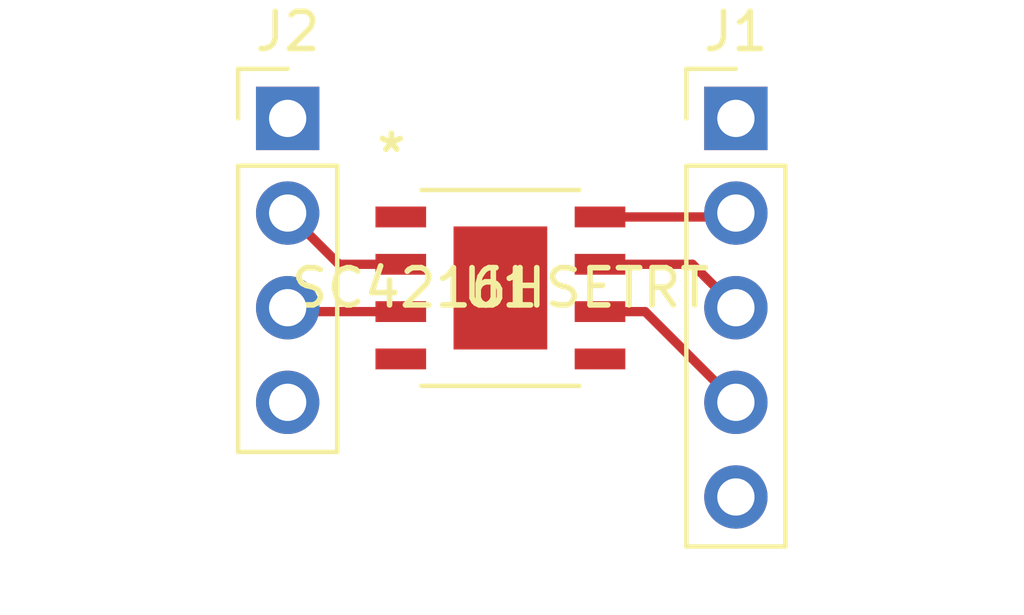
<source format=kicad_pcb>
(kicad_pcb (version 20211014) (generator pcbnew)
  (layers (0 "F.Cu" signal) (31 "B.Cu" signal) (34 "B.Paste" user) (35 "F.Paste" user) (36 "B.SilkS" user "B.Silkscreen") (37 "F.SilkS" user "F.Silkscreen") (38 "B.Mask" user) (39 "F.Mask" user) (44 "Edge.Cuts" user))
  (net 0 "")
  (net 1 "P9")
  (net 2 "P8")
  (net 3 "P7")
  (net 4 "P6")
  (net 5 "P5")
  (net 6 "P1")
  (net 7 "P2")
  (net 8 "P3")
  (net 9 "P4")
  (footprint "Connector_PinHeader_2.54mm:PinHeader_1x05_P2.54mm_Vertical" (layer "F.Cu") (at 141.94 68.37)
    (fp_text reference "J1" (at 0 -2.33) (layer "F.SilkS"))
    (fp_text value "Conn_01x05_Female")
    (fp_line (start -1.33 11.49) (end 1.33 11.49) (layer "F.SilkS") (width 0.12))
    (fp_line (start -1.33 0) (end -1.33 -1.33) (layer "F.SilkS") (width 0.12))
    (fp_line (start -1.33 1.27) (end 1.33 1.27) (layer "F.SilkS") (width 0.12))
    (fp_line (start -1.33 1.27) (end -1.33 11.49) (layer "F.SilkS") (width 0.12))
    (fp_line (start 1.33 1.27) (end 1.33 11.49) (layer "F.SilkS") (width 0.12))
    (fp_line (start -1.33 -1.33) (end 0 -1.33) (layer "F.SilkS") (width 0.12))
    (pad "1" thru_hole rect (at 0 0) (size 1.7 1.7) (drill 1) (layers *.Cu *.Mask) (net 1 "P9"))
    (pad "2" thru_hole oval (at 0 2.54) (size 1.7 1.7) (drill 1) (layers *.Cu *.Mask) (net 2 "P8"))
    (pad "3" thru_hole oval (at 0 5.08) (size 1.7 1.7) (drill 1) (layers *.Cu *.Mask) (net 3 "P7"))
    (pad "4" thru_hole oval (at 0 7.62) (size 1.7 1.7) (drill 1) (layers *.Cu *.Mask) (net 4 "P6"))
    (pad "5" thru_hole oval (at 0 10.16) (size 1.7 1.7) (drill 1) (layers *.Cu *.Mask) (net 5 "P5"))
  )
  (footprint "Connector_PinHeader_2.54mm:PinHeader_1x04_P2.54mm_Vertical" (layer "F.Cu") (at 129.91 68.37)
    (fp_text reference "J2" (at 0 -2.33) (layer "F.SilkS"))
    (fp_text value "Conn_01x04_Female")
    (fp_line (start -1.33 8.95) (end 1.33 8.95) (layer "F.SilkS") (width 0.12))
    (fp_line (start 1.33 1.27) (end 1.33 8.95) (layer "F.SilkS") (width 0.12))
    (fp_line (start -1.33 1.27) (end -1.33 8.95) (layer "F.SilkS") (width 0.12))
    (fp_line (start -1.33 0) (end -1.33 -1.33) (layer "F.SilkS") (width 0.12))
    (fp_line (start -1.33 -1.33) (end 0 -1.33) (layer "F.SilkS") (width 0.12))
    (fp_line (start -1.33 1.27) (end 1.33 1.27) (layer "F.SilkS") (width 0.12))
    (pad "1" thru_hole rect (at 0 0) (size 1.7 1.7) (drill 1) (layers *.Cu *.Mask) (net 6 "P1"))
    (pad "2" thru_hole oval (at 0 2.54) (size 1.7 1.7) (drill 1) (layers *.Cu *.Mask) (net 7 "P2"))
    (pad "3" thru_hole oval (at 0 5.08) (size 1.7 1.7) (drill 1) (layers *.Cu *.Mask) (net 8 "P3"))
    (pad "4" thru_hole oval (at 0 7.62) (size 1.7 1.7) (drill 1) (layers *.Cu *.Mask) (net 9 "P4"))
  )
  (footprint "qset-footprints:SC4216HSETRT" (layer "F.Cu") (at 135.62 72.92)
    (fp_text reference "U1" (at 0 0) (layer "F.SilkS"))
    (fp_text value "SC4216HSETRT" (at 0 0) (layer "F.SilkS"))
    (fp_text user "*" (at -2.92735 -3.6068) (layer "F.SilkS"))
    (fp_text user "*" (at -2.92735 -3.6068) (layer "F.SilkS"))
    (fp_line (start -2.1209 2.6289) (end 2.1209 2.6289) (layer "F.SilkS") (width 0.12))
    (fp_line (start 2.1209 -2.6289) (end -2.1209 -2.6289) (layer "F.SilkS") (width 0.12))
    (pad "1" smd rect locked (at -2.67335 -1.905) (size 1.3589 0.5588) (layers "F.Cu" "F.Paste" "F.Mask"))
    (pad "2" smd rect locked (at -2.67335 -0.635) (size 1.3589 0.5588) (layers "F.Cu" "F.Paste" "F.Mask") (net 7 "P2"))
    (pad "3" smd rect locked (at -2.67335 0.635) (size 1.3589 0.5588) (layers "F.Cu" "F.Paste" "F.Mask") (net 8 "P3"))
    (pad "4" smd rect locked (at -2.67335 1.905) (size 1.3589 0.5588) (layers "F.Cu" "F.Paste" "F.Mask"))
    (pad "5" smd rect locked (at 2.67335 1.905) (size 1.3589 0.5588) (layers "F.Cu" "F.Paste" "F.Mask"))
    (pad "6" smd rect locked (at 2.67335 0.635) (size 1.3589 0.5588) (layers "F.Cu" "F.Paste" "F.Mask") (net 4 "P6"))
    (pad "7" smd rect locked (at 2.67335 -0.635) (size 1.3589 0.5588) (layers "F.Cu" "F.Paste" "F.Mask") (net 3 "P7"))
    (pad "8" smd rect locked (at 2.67335 -1.905) (size 1.3589 0.5588) (layers "F.Cu" "F.Paste" "F.Mask") (net 2 "P8"))
    (pad "EPAD" smd rect locked (at 0 0) (size 2.5146 3.302) (layers "F.Cu" "F.Mask"))
  )
  (segment (start 138.29335 71.015) (end 141.835 71.015) (width 0.25) (layer "F.Cu") (net 2))
  (segment (start 141.835 71.015) (end 141.94 70.91) (width 0.25) (layer "F.Cu") (net 2))
  (segment (start 138.29335 72.285) (end 140.775 72.285) (width 0.25) (layer "F.Cu") (net 3))
  (segment (start 140.775 72.285) (end 141.94 73.45) (width 0.25) (layer "F.Cu") (net 3))
  (segment (start 139.505 73.555) (end 141.94 75.99) (width 0.25) (layer "F.Cu") (net 4))
  (segment (start 138.29335 73.555) (end 139.505 73.555) (width 0.25) (layer "F.Cu") (net 4))
  (segment (start 132.94665 72.285) (end 131.285 72.285) (width 0.25) (layer "F.Cu") (net 7))
  (segment (start 131.285 72.285) (end 129.91 70.91) (width 0.25) (layer "F.Cu") (net 7))
  (segment (start 130.015 73.555) (end 129.91 73.45) (width 0.25) (layer "F.Cu") (net 8))
  (segment (start 132.94665 73.555) (end 130.015 73.555) (width 0.25) (layer "F.Cu") (net 8))
)
</source>
